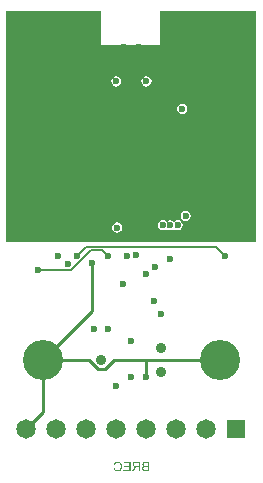
<source format=gbl>
G04*
G04 #@! TF.GenerationSoftware,Altium Limited,Altium Designer,21.6.4 (81)*
G04*
G04 Layer_Physical_Order=4*
G04 Layer_Color=16711680*
%FSLAX44Y44*%
%MOMM*%
G71*
G04*
G04 #@! TF.SameCoordinates,7B4930C9-1E03-45B5-BB94-95F13246AEDE*
G04*
G04*
G04 #@! TF.FilePolarity,Positive*
G04*
G01*
G75*
%ADD10C,0.2540*%
%ADD39C,0.1520*%
%ADD41C,0.9000*%
%ADD42C,3.4000*%
%ADD43C,1.6500*%
%ADD44R,1.6500X1.6500*%
%ADD45C,0.6000*%
G36*
X215922Y200000D02*
X4078D01*
X4078Y395750D01*
X84250D01*
Y367000D01*
X134250D01*
Y395750D01*
X215922D01*
X215922Y200000D01*
D02*
G37*
G36*
X98435Y14390D02*
X98629Y14373D01*
X98817Y14349D01*
X98999Y14320D01*
X99169Y14285D01*
X99333Y14238D01*
X99486Y14197D01*
X99626Y14150D01*
X99750Y14103D01*
X99867Y14062D01*
X99967Y14021D01*
X100049Y13980D01*
X100119Y13950D01*
X100166Y13927D01*
X100196Y13909D01*
X100207Y13903D01*
X100372Y13804D01*
X100524Y13698D01*
X100665Y13586D01*
X100800Y13469D01*
X100923Y13352D01*
X101035Y13234D01*
X101140Y13111D01*
X101228Y13000D01*
X101310Y12894D01*
X101387Y12789D01*
X101445Y12701D01*
X101498Y12624D01*
X101533Y12554D01*
X101563Y12507D01*
X101580Y12478D01*
X101586Y12466D01*
X101668Y12284D01*
X101745Y12102D01*
X101809Y11914D01*
X101862Y11727D01*
X101909Y11539D01*
X101950Y11351D01*
X101979Y11175D01*
X102009Y11011D01*
X102026Y10852D01*
X102044Y10706D01*
X102050Y10577D01*
X102061Y10465D01*
Y10377D01*
X102067Y10342D01*
Y10312D01*
Y10289D01*
Y10272D01*
Y10260D01*
Y10254D01*
X102061Y10037D01*
X102050Y9826D01*
X102026Y9620D01*
X102003Y9427D01*
X101967Y9233D01*
X101932Y9057D01*
X101891Y8887D01*
X101850Y8728D01*
X101815Y8587D01*
X101774Y8458D01*
X101739Y8347D01*
X101704Y8253D01*
X101680Y8177D01*
X101657Y8124D01*
X101645Y8089D01*
X101639Y8083D01*
Y8077D01*
X101557Y7895D01*
X101463Y7719D01*
X101363Y7561D01*
X101264Y7408D01*
X101158Y7273D01*
X101052Y7144D01*
X100953Y7033D01*
X100853Y6927D01*
X100759Y6833D01*
X100671Y6757D01*
X100595Y6686D01*
X100524Y6634D01*
X100465Y6593D01*
X100424Y6557D01*
X100401Y6540D01*
X100389Y6534D01*
X100231Y6440D01*
X100061Y6358D01*
X99885Y6288D01*
X99709Y6223D01*
X99533Y6176D01*
X99351Y6129D01*
X99180Y6094D01*
X99010Y6065D01*
X98858Y6047D01*
X98711Y6029D01*
X98582Y6018D01*
X98471Y6006D01*
X98383D01*
X98342Y6000D01*
X98253D01*
X98019Y6006D01*
X97796Y6029D01*
X97585Y6065D01*
X97379Y6106D01*
X97191Y6158D01*
X97015Y6217D01*
X96851Y6282D01*
X96705Y6346D01*
X96569Y6411D01*
X96452Y6475D01*
X96347Y6534D01*
X96264Y6587D01*
X96194Y6628D01*
X96147Y6663D01*
X96118Y6686D01*
X96106Y6692D01*
X95948Y6833D01*
X95801Y6980D01*
X95666Y7138D01*
X95543Y7303D01*
X95431Y7473D01*
X95331Y7637D01*
X95244Y7801D01*
X95167Y7966D01*
X95097Y8118D01*
X95038Y8259D01*
X94991Y8382D01*
X94950Y8494D01*
X94921Y8582D01*
X94909Y8623D01*
X94903Y8652D01*
X94897Y8676D01*
X94892Y8693D01*
X94886Y8705D01*
Y8711D01*
X95959Y8981D01*
X96006Y8793D01*
X96059Y8623D01*
X96118Y8458D01*
X96188Y8312D01*
X96253Y8171D01*
X96329Y8042D01*
X96399Y7930D01*
X96470Y7825D01*
X96534Y7737D01*
X96599Y7655D01*
X96657Y7590D01*
X96710Y7537D01*
X96751Y7490D01*
X96781Y7461D01*
X96804Y7443D01*
X96810Y7437D01*
X96933Y7350D01*
X97057Y7267D01*
X97186Y7197D01*
X97315Y7138D01*
X97444Y7091D01*
X97573Y7050D01*
X97696Y7015D01*
X97813Y6986D01*
X97919Y6962D01*
X98025Y6951D01*
X98113Y6939D01*
X98189Y6927D01*
X98253D01*
X98300Y6921D01*
X98342D01*
X98476Y6927D01*
X98611Y6939D01*
X98741Y6956D01*
X98870Y6980D01*
X98987Y7009D01*
X99104Y7044D01*
X99210Y7074D01*
X99310Y7115D01*
X99398Y7150D01*
X99480Y7179D01*
X99550Y7214D01*
X99609Y7244D01*
X99656Y7267D01*
X99691Y7285D01*
X99714Y7297D01*
X99720Y7303D01*
X99838Y7379D01*
X99943Y7461D01*
X100043Y7549D01*
X100137Y7643D01*
X100219Y7737D01*
X100295Y7836D01*
X100366Y7930D01*
X100430Y8018D01*
X100483Y8106D01*
X100530Y8188D01*
X100571Y8265D01*
X100600Y8329D01*
X100630Y8382D01*
X100647Y8417D01*
X100653Y8447D01*
X100659Y8453D01*
X100712Y8599D01*
X100759Y8752D01*
X100800Y8904D01*
X100829Y9063D01*
X100888Y9362D01*
X100906Y9509D01*
X100923Y9650D01*
X100935Y9773D01*
X100941Y9890D01*
X100947Y9996D01*
X100953Y10084D01*
X100958Y10160D01*
Y10213D01*
Y10248D01*
Y10260D01*
X100953Y10412D01*
X100947Y10559D01*
X100917Y10841D01*
X100900Y10976D01*
X100876Y11105D01*
X100853Y11228D01*
X100829Y11339D01*
X100806Y11445D01*
X100788Y11539D01*
X100765Y11621D01*
X100747Y11691D01*
X100730Y11744D01*
X100718Y11785D01*
X100706Y11815D01*
Y11820D01*
X100653Y11961D01*
X100595Y12090D01*
X100530Y12214D01*
X100460Y12325D01*
X100389Y12436D01*
X100319Y12536D01*
X100243Y12624D01*
X100172Y12706D01*
X100102Y12777D01*
X100037Y12841D01*
X99979Y12894D01*
X99926Y12941D01*
X99885Y12976D01*
X99855Y13006D01*
X99832Y13017D01*
X99826Y13023D01*
X99703Y13105D01*
X99574Y13170D01*
X99445Y13234D01*
X99316Y13287D01*
X99180Y13328D01*
X99051Y13364D01*
X98928Y13393D01*
X98805Y13416D01*
X98694Y13440D01*
X98588Y13452D01*
X98494Y13463D01*
X98412Y13469D01*
X98347Y13475D01*
X98259D01*
X98107Y13469D01*
X97966Y13457D01*
X97831Y13440D01*
X97702Y13411D01*
X97585Y13381D01*
X97473Y13346D01*
X97373Y13311D01*
X97280Y13276D01*
X97197Y13234D01*
X97121Y13199D01*
X97057Y13164D01*
X97004Y13135D01*
X96963Y13105D01*
X96933Y13088D01*
X96916Y13076D01*
X96910Y13070D01*
X96810Y12988D01*
X96716Y12900D01*
X96634Y12800D01*
X96552Y12701D01*
X96476Y12589D01*
X96411Y12484D01*
X96347Y12378D01*
X96294Y12272D01*
X96247Y12172D01*
X96200Y12079D01*
X96165Y11997D01*
X96135Y11926D01*
X96112Y11861D01*
X96094Y11820D01*
X96088Y11791D01*
X96082Y11779D01*
X95026Y12026D01*
X95091Y12231D01*
X95173Y12425D01*
X95255Y12607D01*
X95349Y12777D01*
X95443Y12929D01*
X95537Y13076D01*
X95637Y13205D01*
X95730Y13322D01*
X95824Y13428D01*
X95906Y13516D01*
X95983Y13598D01*
X96053Y13657D01*
X96106Y13710D01*
X96153Y13745D01*
X96176Y13768D01*
X96188Y13774D01*
X96347Y13886D01*
X96511Y13980D01*
X96687Y14062D01*
X96857Y14132D01*
X97027Y14197D01*
X97197Y14244D01*
X97362Y14285D01*
X97520Y14320D01*
X97673Y14343D01*
X97808Y14361D01*
X97925Y14379D01*
X98031Y14384D01*
X98118Y14390D01*
X98154Y14396D01*
X98236D01*
X98435Y14390D01*
D02*
G37*
G36*
X125114Y6135D02*
X121882D01*
X121741Y6141D01*
X121612Y6147D01*
X121488Y6158D01*
X121377Y6164D01*
X121265Y6176D01*
X121166Y6188D01*
X121078Y6205D01*
X120996Y6217D01*
X120925Y6229D01*
X120861Y6241D01*
X120808Y6246D01*
X120767Y6258D01*
X120737Y6264D01*
X120720Y6270D01*
X120714D01*
X120520Y6329D01*
X120350Y6387D01*
X120197Y6458D01*
X120133Y6487D01*
X120069Y6522D01*
X120016Y6551D01*
X119969Y6581D01*
X119928Y6604D01*
X119892Y6628D01*
X119863Y6645D01*
X119846Y6657D01*
X119834Y6669D01*
X119828D01*
X119699Y6775D01*
X119587Y6898D01*
X119488Y7021D01*
X119400Y7144D01*
X119329Y7250D01*
X119300Y7297D01*
X119276Y7338D01*
X119259Y7373D01*
X119247Y7396D01*
X119235Y7414D01*
Y7420D01*
X119153Y7608D01*
X119094Y7795D01*
X119047Y7977D01*
X119018Y8142D01*
X119007Y8212D01*
X119001Y8282D01*
X118995Y8341D01*
Y8388D01*
X118989Y8429D01*
Y8464D01*
Y8482D01*
Y8488D01*
X118995Y8617D01*
X119007Y8740D01*
X119024Y8863D01*
X119053Y8975D01*
X119083Y9086D01*
X119112Y9186D01*
X119153Y9280D01*
X119188Y9368D01*
X119224Y9444D01*
X119259Y9515D01*
X119294Y9573D01*
X119323Y9620D01*
X119353Y9661D01*
X119370Y9691D01*
X119382Y9708D01*
X119388Y9714D01*
X119464Y9808D01*
X119546Y9896D01*
X119640Y9978D01*
X119728Y10049D01*
X119822Y10119D01*
X119916Y10178D01*
X120010Y10230D01*
X120104Y10277D01*
X120186Y10324D01*
X120268Y10359D01*
X120338Y10389D01*
X120397Y10412D01*
X120450Y10430D01*
X120485Y10442D01*
X120514Y10453D01*
X120520D01*
X120415Y10506D01*
X120321Y10565D01*
X120233Y10624D01*
X120145Y10688D01*
X120069Y10753D01*
X119998Y10811D01*
X119939Y10870D01*
X119881Y10929D01*
X119834Y10981D01*
X119787Y11034D01*
X119752Y11075D01*
X119722Y11116D01*
X119699Y11152D01*
X119681Y11175D01*
X119675Y11187D01*
X119670Y11193D01*
X119617Y11281D01*
X119576Y11369D01*
X119535Y11451D01*
X119505Y11539D01*
X119452Y11703D01*
X119417Y11856D01*
X119405Y11920D01*
X119400Y11985D01*
X119388Y12038D01*
Y12084D01*
X119382Y12120D01*
Y12149D01*
Y12167D01*
Y12172D01*
X119388Y12278D01*
X119394Y12378D01*
X119435Y12577D01*
X119482Y12759D01*
X119511Y12841D01*
X119540Y12924D01*
X119576Y12994D01*
X119605Y13053D01*
X119628Y13111D01*
X119652Y13158D01*
X119675Y13193D01*
X119693Y13223D01*
X119699Y13240D01*
X119705Y13246D01*
X119769Y13340D01*
X119834Y13428D01*
X119904Y13504D01*
X119975Y13581D01*
X120051Y13651D01*
X120121Y13710D01*
X120192Y13768D01*
X120262Y13815D01*
X120327Y13862D01*
X120391Y13898D01*
X120444Y13933D01*
X120491Y13956D01*
X120532Y13980D01*
X120561Y13991D01*
X120579Y14003D01*
X120585D01*
X120690Y14050D01*
X120808Y14085D01*
X121054Y14150D01*
X121301Y14197D01*
X121424Y14209D01*
X121541Y14226D01*
X121647Y14232D01*
X121752Y14244D01*
X121840Y14250D01*
X121923D01*
X121987Y14255D01*
X125114D01*
Y6135D01*
D02*
G37*
G36*
X117493D02*
X116419D01*
Y9743D01*
X115028D01*
X114905Y9737D01*
X114799Y9732D01*
X114717Y9726D01*
X114659Y9714D01*
X114612Y9708D01*
X114582Y9702D01*
X114577D01*
X114483Y9673D01*
X114395Y9644D01*
X114312Y9603D01*
X114242Y9567D01*
X114178Y9538D01*
X114131Y9509D01*
X114101Y9491D01*
X114090Y9485D01*
X113996Y9421D01*
X113902Y9338D01*
X113814Y9245D01*
X113726Y9157D01*
X113655Y9075D01*
X113597Y9004D01*
X113573Y8975D01*
X113556Y8957D01*
X113550Y8945D01*
X113544Y8940D01*
X113485Y8863D01*
X113421Y8781D01*
X113292Y8605D01*
X113162Y8417D01*
X113039Y8235D01*
X112986Y8153D01*
X112934Y8077D01*
X112887Y8007D01*
X112846Y7942D01*
X112816Y7895D01*
X112793Y7854D01*
X112775Y7831D01*
X112769Y7825D01*
X111696Y6135D01*
X110352D01*
X111754Y8341D01*
X111913Y8576D01*
X111995Y8681D01*
X112071Y8787D01*
X112148Y8881D01*
X112224Y8969D01*
X112294Y9051D01*
X112359Y9127D01*
X112417Y9198D01*
X112476Y9256D01*
X112523Y9303D01*
X112564Y9350D01*
X112599Y9380D01*
X112623Y9409D01*
X112640Y9421D01*
X112646Y9427D01*
X112740Y9503D01*
X112840Y9573D01*
X112945Y9644D01*
X113051Y9702D01*
X113145Y9755D01*
X113186Y9779D01*
X113221Y9796D01*
X113251Y9814D01*
X113274Y9820D01*
X113286Y9831D01*
X113292D01*
X113080Y9867D01*
X112881Y9908D01*
X112699Y9961D01*
X112529Y10013D01*
X112376Y10078D01*
X112230Y10136D01*
X112106Y10201D01*
X111989Y10266D01*
X111889Y10330D01*
X111807Y10389D01*
X111731Y10442D01*
X111672Y10489D01*
X111625Y10530D01*
X111590Y10559D01*
X111573Y10577D01*
X111567Y10582D01*
X111467Y10694D01*
X111379Y10817D01*
X111303Y10934D01*
X111238Y11058D01*
X111185Y11181D01*
X111138Y11304D01*
X111103Y11422D01*
X111074Y11533D01*
X111050Y11639D01*
X111033Y11732D01*
X111021Y11820D01*
X111009Y11891D01*
Y11955D01*
X111003Y12002D01*
Y12026D01*
Y12038D01*
X111009Y12161D01*
X111015Y12284D01*
X111033Y12401D01*
X111056Y12513D01*
X111080Y12618D01*
X111109Y12718D01*
X111144Y12812D01*
X111173Y12900D01*
X111203Y12976D01*
X111238Y13047D01*
X111267Y13111D01*
X111291Y13164D01*
X111314Y13205D01*
X111326Y13234D01*
X111338Y13252D01*
X111344Y13258D01*
X111408Y13358D01*
X111479Y13452D01*
X111555Y13534D01*
X111625Y13616D01*
X111702Y13686D01*
X111778Y13751D01*
X111854Y13804D01*
X111924Y13856D01*
X111989Y13898D01*
X112054Y13933D01*
X112106Y13968D01*
X112153Y13991D01*
X112194Y14009D01*
X112224Y14021D01*
X112241Y14032D01*
X112247D01*
X112359Y14073D01*
X112482Y14109D01*
X112611Y14138D01*
X112740Y14161D01*
X113016Y14203D01*
X113151Y14214D01*
X113280Y14226D01*
X113409Y14238D01*
X113520Y14244D01*
X113626Y14250D01*
X113720D01*
X113790Y14255D01*
X117493D01*
Y6135D01*
D02*
G37*
G36*
X109296D02*
X103241D01*
Y7091D01*
X108222D01*
Y9855D01*
X103734D01*
Y10811D01*
X108222D01*
Y13299D01*
X103428D01*
Y14255D01*
X109296D01*
Y6135D01*
D02*
G37*
%LPC*%
G36*
X122750Y340604D02*
X121084Y340272D01*
X119671Y339328D01*
X118728Y337916D01*
X118396Y336250D01*
X118728Y334584D01*
X119671Y333172D01*
X121084Y332228D01*
X122750Y331896D01*
X124416Y332228D01*
X125829Y333172D01*
X126772Y334584D01*
X127104Y336250D01*
X126772Y337916D01*
X125829Y339328D01*
X124416Y340272D01*
X122750Y340604D01*
D02*
G37*
G36*
X97250D02*
X95584Y340272D01*
X94171Y339328D01*
X93228Y337916D01*
X92896Y336250D01*
X93228Y334584D01*
X94171Y333172D01*
X95584Y332228D01*
X97250Y331896D01*
X98916Y332228D01*
X100329Y333172D01*
X101272Y334584D01*
X101604Y336250D01*
X101272Y337916D01*
X100329Y339328D01*
X98916Y340272D01*
X97250Y340604D01*
D02*
G37*
G36*
X153042Y317425D02*
X151376Y317094D01*
X149963Y316150D01*
X149019Y314738D01*
X148688Y313072D01*
X149019Y311406D01*
X149963Y309993D01*
X151376Y309049D01*
X153042Y308718D01*
X154708Y309049D01*
X156120Y309993D01*
X157064Y311406D01*
X157395Y313072D01*
X157064Y314738D01*
X156120Y316150D01*
X154708Y317094D01*
X153042Y317425D01*
D02*
G37*
G36*
X156000Y226854D02*
X154334Y226522D01*
X152921Y225578D01*
X151978Y224166D01*
X151646Y222500D01*
X151978Y220834D01*
X152921Y219422D01*
X154334Y218478D01*
X156000Y218146D01*
X157666Y218478D01*
X159079Y219422D01*
X160022Y220834D01*
X160354Y222500D01*
X160022Y224166D01*
X159079Y225578D01*
X157666Y226522D01*
X156000Y226854D01*
D02*
G37*
G36*
X149250Y218854D02*
X147584Y218522D01*
X146172Y217579D01*
X145058Y218198D01*
X144659Y218465D01*
X142993Y218797D01*
X141327Y218465D01*
X140937Y218205D01*
X139828Y217579D01*
X138416Y218522D01*
X136750Y218854D01*
X135084Y218522D01*
X133672Y217579D01*
X132728Y216166D01*
X132396Y214500D01*
X132728Y212834D01*
X133672Y211422D01*
X135084Y210478D01*
X136750Y210146D01*
X138416Y210478D01*
X138806Y210738D01*
X139915Y211364D01*
X141327Y210421D01*
X142993Y210089D01*
X144659Y210421D01*
X146071Y211364D01*
X147185Y210745D01*
X147584Y210478D01*
X149250Y210146D01*
X150916Y210478D01*
X152329Y211422D01*
X153272Y212834D01*
X153604Y214500D01*
X153272Y216166D01*
X152329Y217579D01*
X150916Y218522D01*
X149250Y218854D01*
D02*
G37*
G36*
X98000Y216854D02*
X96334Y216522D01*
X94922Y215578D01*
X93978Y214166D01*
X93646Y212500D01*
X93978Y210834D01*
X94922Y209422D01*
X96334Y208478D01*
X98000Y208146D01*
X99666Y208478D01*
X101079Y209422D01*
X102022Y210834D01*
X102354Y212500D01*
X102022Y214166D01*
X101079Y215578D01*
X99666Y216522D01*
X98000Y216854D01*
D02*
G37*
G36*
X124041Y13299D02*
X122263D01*
X122116Y13293D01*
X121981Y13287D01*
X121858Y13281D01*
X121747Y13270D01*
X121647Y13264D01*
X121559Y13252D01*
X121477Y13240D01*
X121406Y13229D01*
X121348Y13217D01*
X121301Y13211D01*
X121259Y13199D01*
X121230Y13193D01*
X121207Y13188D01*
X121195Y13182D01*
X121189D01*
X121060Y13129D01*
X120954Y13070D01*
X120855Y13000D01*
X120778Y12929D01*
X120720Y12865D01*
X120673Y12812D01*
X120649Y12771D01*
X120638Y12765D01*
Y12759D01*
X120573Y12642D01*
X120520Y12519D01*
X120485Y12401D01*
X120462Y12290D01*
X120450Y12196D01*
X120444Y12155D01*
X120438Y12120D01*
Y12090D01*
Y12067D01*
Y12055D01*
Y12049D01*
X120450Y11897D01*
X120473Y11756D01*
X120503Y11633D01*
X120544Y11533D01*
X120585Y11445D01*
X120602Y11416D01*
X120614Y11386D01*
X120632Y11363D01*
X120638Y11345D01*
X120649Y11339D01*
Y11334D01*
X120737Y11234D01*
X120831Y11152D01*
X120937Y11081D01*
X121037Y11028D01*
X121125Y10987D01*
X121166Y10970D01*
X121195Y10958D01*
X121224Y10946D01*
X121248Y10940D01*
X121259Y10934D01*
X121265D01*
X121330Y10917D01*
X121400Y10905D01*
X121477Y10893D01*
X121559Y10882D01*
X121729Y10864D01*
X121893Y10852D01*
X121975Y10847D01*
X122116D01*
X122175Y10841D01*
X124041D01*
Y13299D01*
D02*
G37*
G36*
Y9884D02*
X122028D01*
X121893Y9878D01*
X121770Y9872D01*
X121658Y9861D01*
X121553Y9849D01*
X121453Y9837D01*
X121365Y9826D01*
X121283Y9814D01*
X121213Y9802D01*
X121154Y9790D01*
X121101Y9779D01*
X121060Y9767D01*
X121025Y9755D01*
X121001Y9749D01*
X120990Y9743D01*
X120984D01*
X120837Y9685D01*
X120708Y9614D01*
X120597Y9538D01*
X120503Y9456D01*
X120426Y9385D01*
X120374Y9327D01*
X120356Y9303D01*
X120344Y9292D01*
X120332Y9280D01*
Y9274D01*
X120256Y9145D01*
X120197Y9010D01*
X120156Y8881D01*
X120127Y8758D01*
X120110Y8646D01*
X120104Y8605D01*
Y8564D01*
X120098Y8535D01*
Y8505D01*
Y8494D01*
Y8488D01*
X120104Y8347D01*
X120121Y8212D01*
X120151Y8095D01*
X120180Y7995D01*
X120209Y7913D01*
X120239Y7848D01*
X120245Y7825D01*
X120256Y7807D01*
X120262Y7801D01*
Y7795D01*
X120327Y7690D01*
X120391Y7602D01*
X120462Y7526D01*
X120526Y7461D01*
X120585Y7408D01*
X120632Y7373D01*
X120661Y7350D01*
X120667Y7344D01*
X120673D01*
X120773Y7291D01*
X120872Y7244D01*
X120978Y7209D01*
X121072Y7179D01*
X121160Y7156D01*
X121224Y7138D01*
X121254Y7132D01*
X121271D01*
X121283Y7127D01*
X121289D01*
X121330Y7121D01*
X121383Y7115D01*
X121494Y7109D01*
X121612Y7097D01*
X121735D01*
X121846Y7091D01*
X124041D01*
Y9884D01*
D02*
G37*
G36*
X116419Y13358D02*
X113855D01*
X113691Y13352D01*
X113538Y13340D01*
X113397Y13322D01*
X113268Y13299D01*
X113151Y13270D01*
X113039Y13240D01*
X112940Y13205D01*
X112857Y13170D01*
X112781Y13135D01*
X112717Y13099D01*
X112658Y13070D01*
X112611Y13041D01*
X112582Y13017D01*
X112552Y13000D01*
X112541Y12988D01*
X112535Y12982D01*
X112458Y12912D01*
X112394Y12836D01*
X112341Y12759D01*
X112288Y12677D01*
X112247Y12601D01*
X112218Y12519D01*
X112189Y12442D01*
X112165Y12372D01*
X112148Y12302D01*
X112136Y12237D01*
X112124Y12184D01*
X112118Y12131D01*
X112112Y12090D01*
Y12061D01*
Y12043D01*
Y12038D01*
X112124Y11891D01*
X112148Y11756D01*
X112183Y11633D01*
X112218Y11527D01*
X112259Y11439D01*
X112277Y11398D01*
X112294Y11369D01*
X112312Y11345D01*
X112318Y11328D01*
X112329Y11316D01*
Y11310D01*
X112417Y11193D01*
X112517Y11093D01*
X112623Y11011D01*
X112728Y10940D01*
X112822Y10888D01*
X112857Y10870D01*
X112893Y10852D01*
X112922Y10841D01*
X112945Y10829D01*
X112957Y10823D01*
X112963D01*
X113045Y10799D01*
X113127Y10776D01*
X113315Y10741D01*
X113509Y10711D01*
X113691Y10694D01*
X113779Y10688D01*
X113855Y10682D01*
X113931D01*
X113990Y10676D01*
X116419D01*
Y13358D01*
D02*
G37*
%LPD*%
D10*
X77000Y142000D02*
Y182500D01*
X35000Y100000D02*
X77000Y142000D01*
X122750Y100000D02*
X185000D01*
X95128D02*
X122750D01*
Y85750D02*
Y100000D01*
X35000D02*
X74072D01*
X81487Y92585D01*
X87713D01*
X95128Y100000D01*
X21100Y42200D02*
X35000Y56100D01*
Y100000D01*
D39*
X64000Y188750D02*
X71250Y196000D01*
X30750Y176250D02*
X58750D01*
X75710Y193210D02*
X85540D01*
X58750Y176250D02*
X75710Y193210D01*
X85540D02*
X90000Y188750D01*
X182000Y196000D02*
X189250Y188750D01*
X71250Y196000D02*
X182000D01*
X110000Y84000D02*
Y85750D01*
D41*
X84600Y100100D02*
D03*
X135400Y110260D02*
D03*
Y89940D02*
D03*
D42*
X185000Y100000D02*
D03*
X35000D02*
D03*
D43*
X21100Y42200D02*
D03*
X46500D02*
D03*
X148100D02*
D03*
X173500D02*
D03*
X122700D02*
D03*
X97300D02*
D03*
X71900D02*
D03*
D44*
X198900D02*
D03*
D45*
X130000Y178718D02*
D03*
X114000Y189000D02*
D03*
X128750Y150500D02*
D03*
X135000Y139500D02*
D03*
X56000Y181500D02*
D03*
X64000Y188750D02*
D03*
X77000Y182500D02*
D03*
X102500Y164500D02*
D03*
X200000Y392500D02*
D03*
Y377500D02*
D03*
Y362500D02*
D03*
Y347500D02*
D03*
Y332500D02*
D03*
Y317500D02*
D03*
Y302500D02*
D03*
Y287500D02*
D03*
Y272500D02*
D03*
Y257500D02*
D03*
Y242500D02*
D03*
Y227500D02*
D03*
X185000Y392500D02*
D03*
Y377500D02*
D03*
Y362500D02*
D03*
Y347500D02*
D03*
Y332500D02*
D03*
Y317500D02*
D03*
Y302500D02*
D03*
Y287500D02*
D03*
Y272500D02*
D03*
Y257500D02*
D03*
Y242500D02*
D03*
Y227500D02*
D03*
X170000Y392500D02*
D03*
Y377500D02*
D03*
Y362500D02*
D03*
Y347500D02*
D03*
Y287500D02*
D03*
Y272500D02*
D03*
Y257500D02*
D03*
Y242500D02*
D03*
Y227500D02*
D03*
X155000Y392500D02*
D03*
Y377500D02*
D03*
Y362500D02*
D03*
Y347500D02*
D03*
Y257500D02*
D03*
Y242500D02*
D03*
X140000Y272500D02*
D03*
Y257500D02*
D03*
Y242500D02*
D03*
Y227500D02*
D03*
X125000Y257500D02*
D03*
Y242500D02*
D03*
Y227500D02*
D03*
X110000Y347500D02*
D03*
X95000Y287500D02*
D03*
Y272500D02*
D03*
Y257500D02*
D03*
Y242500D02*
D03*
Y227500D02*
D03*
X80000Y302500D02*
D03*
Y287500D02*
D03*
Y272500D02*
D03*
Y257500D02*
D03*
Y242500D02*
D03*
Y227500D02*
D03*
X65000Y392500D02*
D03*
Y377500D02*
D03*
Y362500D02*
D03*
X50000Y392500D02*
D03*
Y377500D02*
D03*
Y362500D02*
D03*
Y347500D02*
D03*
X35000Y392500D02*
D03*
Y377500D02*
D03*
Y362500D02*
D03*
Y347500D02*
D03*
Y332500D02*
D03*
Y317500D02*
D03*
Y302500D02*
D03*
Y287500D02*
D03*
Y272500D02*
D03*
Y257500D02*
D03*
Y242500D02*
D03*
Y227500D02*
D03*
X20000Y392500D02*
D03*
Y377500D02*
D03*
Y362500D02*
D03*
Y347500D02*
D03*
Y332500D02*
D03*
Y317500D02*
D03*
Y302500D02*
D03*
Y287500D02*
D03*
Y272500D02*
D03*
Y257500D02*
D03*
Y242500D02*
D03*
Y227500D02*
D03*
X139354Y312532D02*
D03*
X116250Y332000D02*
D03*
X131500Y272500D02*
D03*
X162500Y314500D02*
D03*
X170250Y322500D02*
D03*
X162500Y330000D02*
D03*
X150000D02*
D03*
X171250Y203250D02*
D03*
X185000D02*
D03*
X200000D02*
D03*
X212500D02*
D03*
Y212500D02*
D03*
X200000D02*
D03*
X185000D02*
D03*
X170000D02*
D03*
X20000D02*
D03*
X16750Y203250D02*
D03*
X7500D02*
D03*
Y212500D02*
D03*
Y392500D02*
D03*
Y377000D02*
D03*
Y362500D02*
D03*
Y348000D02*
D03*
Y332500D02*
D03*
Y317500D02*
D03*
Y302500D02*
D03*
Y287500D02*
D03*
Y272500D02*
D03*
Y257500D02*
D03*
Y242500D02*
D03*
Y227500D02*
D03*
X122750Y85750D02*
D03*
X97250Y78750D02*
D03*
X143000Y186250D02*
D03*
X90250Y126250D02*
D03*
X78750D02*
D03*
X153042Y313072D02*
D03*
X156000Y222500D02*
D03*
X122000Y173500D02*
D03*
X106000Y188750D02*
D03*
X30750Y176250D02*
D03*
X90000Y188750D02*
D03*
X110000Y116250D02*
D03*
Y85750D02*
D03*
X48000Y188750D02*
D03*
X189250D02*
D03*
X122750Y336250D02*
D03*
X97250D02*
D03*
X98000Y212500D02*
D03*
X70750Y214500D02*
D03*
X83250D02*
D03*
X77000D02*
D03*
X136750D02*
D03*
X149250D02*
D03*
X142993Y214443D02*
D03*
X81500Y376250D02*
D03*
Y388500D02*
D03*
X137750D02*
D03*
Y376500D02*
D03*
X116250Y365250D02*
D03*
X103750D02*
D03*
Y332000D02*
D03*
X82250Y310000D02*
D03*
X110000Y338750D02*
D03*
X122750Y359500D02*
D03*
X110000D02*
D03*
X97250D02*
D03*
X144500Y370250D02*
D03*
Y382500D02*
D03*
Y392500D02*
D03*
X75500Y370250D02*
D03*
Y382500D02*
D03*
Y392500D02*
D03*
X74750Y317000D02*
D03*
X212500Y227500D02*
D03*
Y242500D02*
D03*
Y257500D02*
D03*
Y272500D02*
D03*
Y287500D02*
D03*
Y302500D02*
D03*
Y317500D02*
D03*
Y332500D02*
D03*
Y348000D02*
D03*
Y362500D02*
D03*
Y377000D02*
D03*
Y392500D02*
D03*
M02*

</source>
